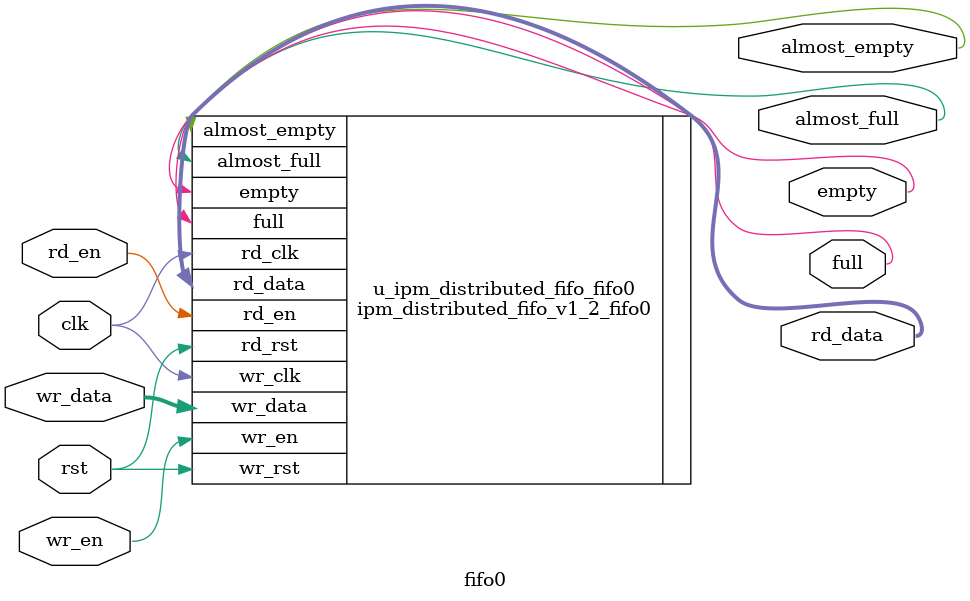
<source format=v>



`timescale 1 ns / 1 ps
module fifo0
 (
  wr_data         ,
  wr_en           ,
  
  full            ,
  almost_full     ,
  
  rd_data         ,
  rd_en           ,
  
  empty           ,
  
  clk             ,
  rst             ,
  
  almost_empty
);

    localparam ADDR_WIDTH = 4 ; //@IPC int 4,10

    localparam DATA_WIDTH = 16 ; //@IPC int 1,256

    localparam OUT_REG = 0 ; //@IPC bool

    localparam RST_TYPE = "ASYNC" ; //@IPC enum ASYNC,SYNC

    localparam FIFO_TYPE = "SYNC_FIFO" ; //@IPC enum ASYNC_FIFO,SYNC_FIFO

    localparam ALMOST_FULL_NUM = 11 ; //@IPC int 4,1024

    localparam ALMOST_EMPTY_NUM = 4 ; //@IPC int 4,1024

    localparam WR_WATER_LEVEL_ENABLE = 0 ; //@IPC bool

    localparam RD_WATER_LEVEL_ENABLE = 0 ; //@IPC bool

    input  wire                          clk             ;  // sync fifo clock
    input  wire                          rst             ;  // sync fifo rst
    
    input  wire  [DATA_WIDTH-1 : 0]      wr_data         ;  // input write data
    input  wire                          wr_en           ;  // input write enable 1 active
    
    output wire                          full            ;  // input write full  flag 1 active
    output wire                          almost_full     ;  // output write almost full
    

    output wire  [DATA_WIDTH-1 : 0]      rd_data         ;  // output read data
    input  wire                          rd_en           ;  // input  read enable
    
    output wire                          empty           ;  // output read empty
    output wire                          almost_empty    ;  // output read water level
    

ipm_distributed_fifo_v1_2_fifo0
 #(
  .ADDR_WIDTH       (ADDR_WIDTH      ) ,  // fifo ADDR_WIDTH width 4 -- 10
  .DATA_WIDTH       (DATA_WIDTH      ) ,  // write data width 4 -- 256
  .OUT_REG          (OUT_REG         ) ,  // output register   legal value:0 or 1
  .RST_TYPE         (RST_TYPE        ) ,
  .FIFO_TYPE        (FIFO_TYPE       ) ,  // fifo type legal value "SYN" or "ASYN"
  .ALMOST_FULL_NUM  (ALMOST_FULL_NUM ) ,  // almost full number
  .ALMOST_EMPTY_NUM (ALMOST_EMPTY_NUM)    // almost full number
)u_ipm_distributed_fifo_fifo0
 (
  .wr_data          (wr_data         ) ,  // input write data
  .wr_en            (wr_en           ) ,  // input write enable 1 active
  
  .wr_clk           (clk             ) ,  // input write clock
  .wr_rst           (rst             ) ,
  
  .full             (full            ) ,  // input write full  flag 1 active
  .almost_full      (almost_full     ) ,  // output write almost full
  
  .rd_data          (rd_data         ) ,  // output read data
  .rd_en            (rd_en           ) ,  // input  read enable
  
  .rd_clk           (clk             ) ,  // input  read clock
  .rd_rst           (rst             ) ,
  
  .empty            (empty           ) ,  // output read empty
  
  .almost_empty     (almost_empty    )
);
endmodule

</source>
